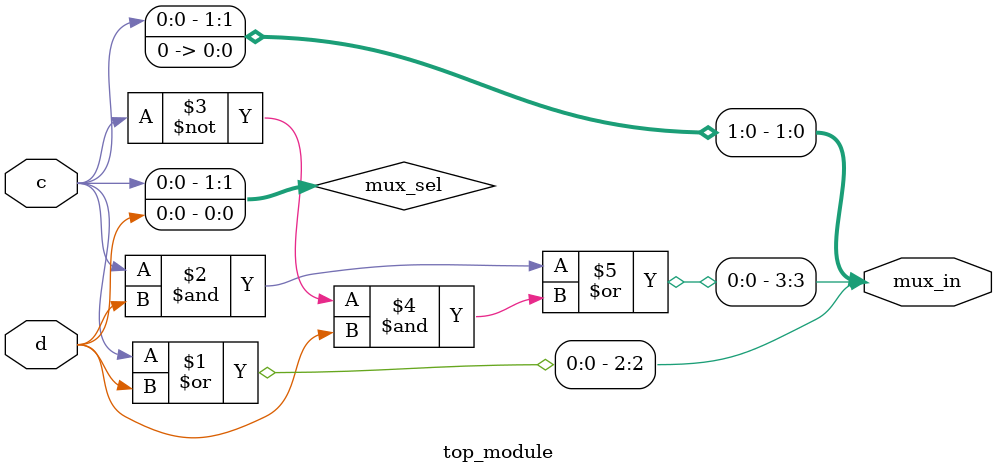
<source format=sv>
module top_module (
    input c,
    input d,
    output [3:0] mux_in
);

    wire [1:0] mux_sel;
    assign mux_sel = {c, d};

    assign mux_in[0] = 1'b0;
    assign mux_in[1] = c;
    assign mux_in[2] = c | d;
    assign mux_in[3] = (c & d) | (~c & d);

endmodule

</source>
